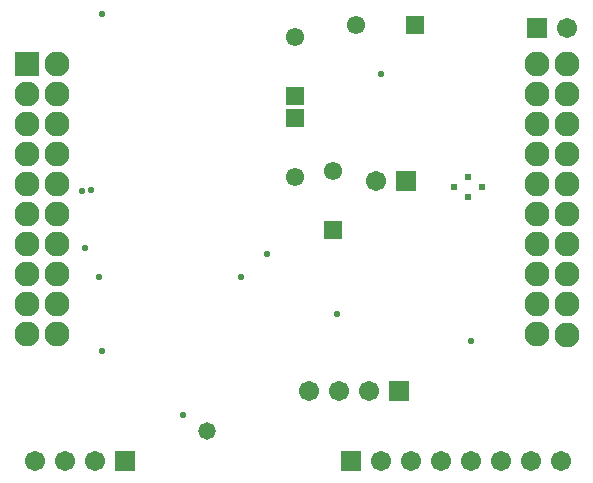
<source format=gbs>
G04*
G04 #@! TF.GenerationSoftware,Altium Limited,Altium Designer,18.0.12 (696)*
G04*
G04 Layer_Color=16711935*
%FSLAX25Y25*%
%MOIN*%
G70*
G01*
G75*
%ADD31C,0.06706*%
%ADD32R,0.06706X0.06706*%
%ADD33R,0.06115X0.06115*%
%ADD34C,0.06115*%
%ADD35R,0.06115X0.06115*%
%ADD36C,0.08300*%
%ADD37R,0.08300X0.08300*%
%ADD38C,0.02368*%
%ADD39C,0.02300*%
%ADD40C,0.05800*%
D31*
X287500Y128500D02*
D03*
X277500D02*
D03*
X267500D02*
D03*
X257500D02*
D03*
X247500D02*
D03*
X237500D02*
D03*
X227500D02*
D03*
X289500Y273000D02*
D03*
X226000Y222000D02*
D03*
X223500Y152000D02*
D03*
X213500D02*
D03*
X203500D02*
D03*
X132244Y128500D02*
D03*
X122244D02*
D03*
X112244D02*
D03*
D32*
X217500D02*
D03*
X279500Y273000D02*
D03*
X236000Y222000D02*
D03*
X233500Y152000D02*
D03*
X142244Y128500D02*
D03*
D33*
X211500Y205658D02*
D03*
X199000Y250157D02*
D03*
X199000Y242843D02*
D03*
D34*
X211500Y225342D02*
D03*
X219158Y274000D02*
D03*
X199000Y269843D02*
D03*
X199000Y223158D02*
D03*
D35*
X238843Y274000D02*
D03*
D36*
X289500Y170500D02*
D03*
Y181000D02*
D03*
Y191000D02*
D03*
Y201000D02*
D03*
Y211000D02*
D03*
Y221000D02*
D03*
Y231000D02*
D03*
Y241000D02*
D03*
Y251000D02*
D03*
Y261000D02*
D03*
X279500Y171000D02*
D03*
Y181000D02*
D03*
Y191000D02*
D03*
Y201000D02*
D03*
Y211000D02*
D03*
Y221000D02*
D03*
Y231000D02*
D03*
Y241000D02*
D03*
Y251000D02*
D03*
Y261000D02*
D03*
X119500Y171000D02*
D03*
Y181000D02*
D03*
Y191000D02*
D03*
Y201000D02*
D03*
Y211000D02*
D03*
Y221000D02*
D03*
Y231000D02*
D03*
Y241000D02*
D03*
Y251000D02*
D03*
Y261000D02*
D03*
X109500Y171000D02*
D03*
Y181000D02*
D03*
Y191000D02*
D03*
Y201000D02*
D03*
Y211000D02*
D03*
Y221000D02*
D03*
Y231000D02*
D03*
Y241000D02*
D03*
Y251000D02*
D03*
D37*
Y261000D02*
D03*
D38*
X261449Y220000D02*
D03*
X256724Y223209D02*
D03*
X252000Y220000D02*
D03*
X256724Y216791D02*
D03*
D39*
X134500Y277500D02*
D03*
X161500Y144000D02*
D03*
X181000Y190000D02*
D03*
X213000Y177508D02*
D03*
X134637Y165287D02*
D03*
X257500Y168500D02*
D03*
X227500Y257500D02*
D03*
X128000Y218500D02*
D03*
X133500Y190000D02*
D03*
X131000Y219000D02*
D03*
X129000Y199500D02*
D03*
X189500Y197500D02*
D03*
D40*
X169500Y138500D02*
D03*
M02*

</source>
